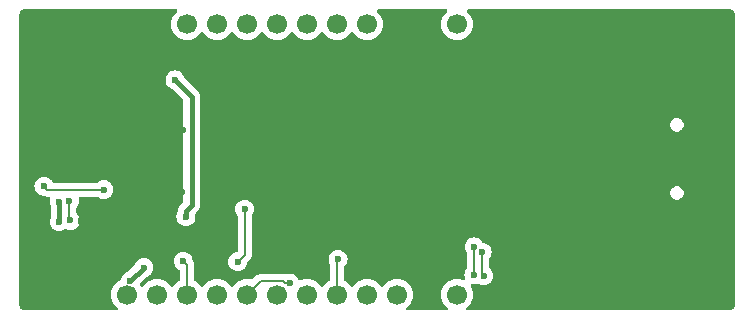
<source format=gbl>
G04 #@! TF.GenerationSoftware,KiCad,Pcbnew,8.0.1-8.0.1-1~ubuntu22.04.1*
G04 #@! TF.CreationDate,2024-08-12T13:14:35+02:00*
G04 #@! TF.ProjectId,NerdNOS,4e657264-4e4f-4532-9e6b-696361645f70,rev?*
G04 #@! TF.SameCoordinates,Original*
G04 #@! TF.FileFunction,Copper,L2,Bot*
G04 #@! TF.FilePolarity,Positive*
%FSLAX46Y46*%
G04 Gerber Fmt 4.6, Leading zero omitted, Abs format (unit mm)*
G04 Created by KiCad (PCBNEW 8.0.1-8.0.1-1~ubuntu22.04.1) date 2024-08-12 13:14:35*
%MOMM*%
%LPD*%
G01*
G04 APERTURE LIST*
G04 #@! TA.AperFunction,ComponentPad*
%ADD10O,2.100000X1.000000*%
G04 #@! TD*
G04 #@! TA.AperFunction,ComponentPad*
%ADD11O,1.800000X1.000000*%
G04 #@! TD*
G04 #@! TA.AperFunction,ComponentPad*
%ADD12C,1.700000*%
G04 #@! TD*
G04 #@! TA.AperFunction,ViaPad*
%ADD13C,0.600000*%
G04 #@! TD*
G04 #@! TA.AperFunction,Conductor*
%ADD14C,0.400000*%
G04 #@! TD*
G04 #@! TA.AperFunction,Conductor*
%ADD15C,0.200000*%
G04 #@! TD*
G04 APERTURE END LIST*
D10*
X135485000Y-70510000D03*
D11*
X139665000Y-70510000D03*
D10*
X135485000Y-61870000D03*
D11*
X139665000Y-61870000D03*
D12*
X89440000Y-77690000D03*
X91980000Y-77690000D03*
X94520000Y-77690000D03*
X97060000Y-77690000D03*
X99600000Y-77690000D03*
X102140000Y-77690000D03*
X104680000Y-77690000D03*
X107220000Y-77690000D03*
X109760000Y-77690000D03*
X112300000Y-77690000D03*
X114840000Y-77690000D03*
X117380000Y-77690000D03*
X117380000Y-54770000D03*
X114840000Y-54770000D03*
X112300000Y-54770000D03*
X109760000Y-54770000D03*
X107220000Y-54770000D03*
X104680000Y-54770000D03*
X102140000Y-54770000D03*
X99600000Y-54770000D03*
X97060000Y-54770000D03*
X94520000Y-54770000D03*
X91980000Y-54770000D03*
X89440000Y-54770000D03*
D13*
X87600000Y-67700000D03*
X99400000Y-65100000D03*
X104050000Y-65700000D03*
X101050000Y-64700000D03*
X126970000Y-64480000D03*
X105050000Y-66700000D03*
X85450063Y-73288993D03*
X115612851Y-57176045D03*
X129550000Y-63749990D03*
X104050000Y-64700000D03*
X105050000Y-63700000D03*
X126300000Y-65250000D03*
X120220000Y-69580000D03*
X101050000Y-68700000D03*
X84400000Y-56800000D03*
X102050000Y-66700000D03*
X103050000Y-63700000D03*
X107000000Y-57000000D03*
X90100000Y-65200000D03*
X119930000Y-70800000D03*
X113000000Y-62000000D03*
X117890000Y-70830000D03*
X103050000Y-68700000D03*
X103050000Y-64700000D03*
X105050000Y-68700000D03*
X125670000Y-64480000D03*
X104050000Y-63700000D03*
X104050000Y-66700000D03*
X101050000Y-65700000D03*
X88000000Y-61100000D03*
X85546787Y-71457468D03*
X101050000Y-63700000D03*
X93677036Y-61494171D03*
X116600000Y-74200000D03*
X102050000Y-64700000D03*
X122930000Y-74010000D03*
X86255604Y-62397971D03*
X103000000Y-74000000D03*
X94000000Y-72000000D03*
X103050000Y-66700000D03*
X105050000Y-67700000D03*
X133800000Y-66290000D03*
X94200000Y-63700000D03*
X105050000Y-64700000D03*
X94100000Y-69000000D03*
X126300000Y-63700000D03*
X102050000Y-68700000D03*
X91100000Y-63900000D03*
X96000000Y-64000000D03*
X86400000Y-61000000D03*
X117890000Y-69600000D03*
X125670000Y-65980000D03*
X101050000Y-67700000D03*
X104050000Y-68700000D03*
X121110000Y-70780000D03*
X109000000Y-57000000D03*
X103050000Y-67700000D03*
X101000000Y-74000000D03*
X104050000Y-67700000D03*
X88900000Y-64300000D03*
X126300000Y-66800000D03*
X96000000Y-66000000D03*
X93500000Y-66300000D03*
X105000000Y-74000000D03*
X102050000Y-67700000D03*
X105050000Y-65700000D03*
X133800000Y-65390000D03*
X105000000Y-57000000D03*
X121900000Y-73700000D03*
X102050000Y-63700000D03*
X101050000Y-66700000D03*
X90000000Y-66100000D03*
X126970000Y-65980000D03*
X96000000Y-68000000D03*
X102050000Y-65700000D03*
X103050000Y-65700000D03*
X83900000Y-66600000D03*
X113000000Y-70000000D03*
X93500000Y-59500000D03*
X94425735Y-71074265D03*
X107300000Y-74700000D03*
X83700000Y-71500000D03*
X90856372Y-75393628D03*
X89725000Y-76525000D03*
X83700000Y-69800000D03*
X103200000Y-76700000D03*
X119631266Y-76072899D03*
X119500000Y-74100000D03*
X99400000Y-70460000D03*
X98800000Y-74890000D03*
X94190000Y-74860000D03*
X84640790Y-71400000D03*
X84553031Y-69742747D03*
X82400000Y-68500000D03*
X87470000Y-68800000D03*
X118817720Y-73633399D03*
X118800000Y-76000000D03*
D14*
X94425735Y-71074265D02*
X94425735Y-70574265D01*
X94425735Y-70574265D02*
X94910000Y-70090000D01*
X94910000Y-70090000D02*
X94910000Y-60910000D01*
X94910000Y-60910000D02*
X93500000Y-59500000D01*
D15*
X107300000Y-74700000D02*
X107220000Y-74780000D01*
X107220000Y-74780000D02*
X107220000Y-77690000D01*
D14*
X83700000Y-69800000D02*
X83700000Y-71500000D01*
X90856372Y-75393628D02*
X89725000Y-76525000D01*
D15*
X119500000Y-75941633D02*
X119631266Y-76072899D01*
X102616346Y-76540000D02*
X100750000Y-76540000D01*
X103200000Y-76700000D02*
X102776346Y-76700000D01*
X100750000Y-76540000D02*
X99600000Y-77690000D01*
X119500000Y-74100000D02*
X119500000Y-75941633D01*
X102776346Y-76700000D02*
X102616346Y-76540000D01*
X99400000Y-70460000D02*
X99400000Y-74290000D01*
X94520000Y-75190000D02*
X94190000Y-74860000D01*
X99400000Y-74290000D02*
X98800000Y-74890000D01*
X94520000Y-77690000D02*
X94520000Y-75190000D01*
X84553031Y-71312241D02*
X84640790Y-71400000D01*
X84553031Y-69742747D02*
X84553031Y-71312241D01*
X82700000Y-68800000D02*
X82400000Y-68500000D01*
X83972811Y-68800000D02*
X82700000Y-68800000D01*
X87470000Y-68800000D02*
X83972811Y-68800000D01*
X118817720Y-75982280D02*
X118817720Y-73633399D01*
X118800000Y-76000000D02*
X118817720Y-75982280D01*
G04 #@! TA.AperFunction,Conductor*
G36*
X93652983Y-53519685D02*
G01*
X93698738Y-53572489D01*
X93708682Y-53641647D01*
X93679657Y-53705203D01*
X93657069Y-53725574D01*
X93648595Y-53731507D01*
X93481505Y-53898597D01*
X93345965Y-54092169D01*
X93345964Y-54092171D01*
X93246098Y-54306335D01*
X93246094Y-54306344D01*
X93184938Y-54534586D01*
X93184936Y-54534596D01*
X93164341Y-54769999D01*
X93164341Y-54770000D01*
X93184936Y-55005403D01*
X93184938Y-55005413D01*
X93246094Y-55233655D01*
X93246096Y-55233659D01*
X93246097Y-55233663D01*
X93250000Y-55242032D01*
X93345965Y-55447830D01*
X93345967Y-55447834D01*
X93454281Y-55602521D01*
X93481505Y-55641401D01*
X93648599Y-55808495D01*
X93745384Y-55876265D01*
X93842165Y-55944032D01*
X93842167Y-55944033D01*
X93842170Y-55944035D01*
X94056337Y-56043903D01*
X94284592Y-56105063D01*
X94472918Y-56121539D01*
X94519999Y-56125659D01*
X94520000Y-56125659D01*
X94520001Y-56125659D01*
X94559234Y-56122226D01*
X94755408Y-56105063D01*
X94983663Y-56043903D01*
X95197830Y-55944035D01*
X95391401Y-55808495D01*
X95558495Y-55641401D01*
X95688425Y-55455842D01*
X95743002Y-55412217D01*
X95812500Y-55405023D01*
X95874855Y-55436546D01*
X95891575Y-55455842D01*
X96021500Y-55641395D01*
X96021505Y-55641401D01*
X96188599Y-55808495D01*
X96285384Y-55876265D01*
X96382165Y-55944032D01*
X96382167Y-55944033D01*
X96382170Y-55944035D01*
X96596337Y-56043903D01*
X96824592Y-56105063D01*
X97012918Y-56121539D01*
X97059999Y-56125659D01*
X97060000Y-56125659D01*
X97060001Y-56125659D01*
X97099234Y-56122226D01*
X97295408Y-56105063D01*
X97523663Y-56043903D01*
X97737830Y-55944035D01*
X97931401Y-55808495D01*
X98098495Y-55641401D01*
X98228425Y-55455842D01*
X98283002Y-55412217D01*
X98352500Y-55405023D01*
X98414855Y-55436546D01*
X98431575Y-55455842D01*
X98561500Y-55641395D01*
X98561505Y-55641401D01*
X98728599Y-55808495D01*
X98825384Y-55876265D01*
X98922165Y-55944032D01*
X98922167Y-55944033D01*
X98922170Y-55944035D01*
X99136337Y-56043903D01*
X99364592Y-56105063D01*
X99552918Y-56121539D01*
X99599999Y-56125659D01*
X99600000Y-56125659D01*
X99600001Y-56125659D01*
X99639234Y-56122226D01*
X99835408Y-56105063D01*
X100063663Y-56043903D01*
X100277830Y-55944035D01*
X100471401Y-55808495D01*
X100638495Y-55641401D01*
X100768425Y-55455842D01*
X100823002Y-55412217D01*
X100892500Y-55405023D01*
X100954855Y-55436546D01*
X100971575Y-55455842D01*
X101101500Y-55641395D01*
X101101505Y-55641401D01*
X101268599Y-55808495D01*
X101365384Y-55876265D01*
X101462165Y-55944032D01*
X101462167Y-55944033D01*
X101462170Y-55944035D01*
X101676337Y-56043903D01*
X101904592Y-56105063D01*
X102092918Y-56121539D01*
X102139999Y-56125659D01*
X102140000Y-56125659D01*
X102140001Y-56125659D01*
X102179234Y-56122226D01*
X102375408Y-56105063D01*
X102603663Y-56043903D01*
X102817830Y-55944035D01*
X103011401Y-55808495D01*
X103178495Y-55641401D01*
X103308425Y-55455842D01*
X103363002Y-55412217D01*
X103432500Y-55405023D01*
X103494855Y-55436546D01*
X103511575Y-55455842D01*
X103641500Y-55641395D01*
X103641505Y-55641401D01*
X103808599Y-55808495D01*
X103905384Y-55876265D01*
X104002165Y-55944032D01*
X104002167Y-55944033D01*
X104002170Y-55944035D01*
X104216337Y-56043903D01*
X104444592Y-56105063D01*
X104632918Y-56121539D01*
X104679999Y-56125659D01*
X104680000Y-56125659D01*
X104680001Y-56125659D01*
X104719234Y-56122226D01*
X104915408Y-56105063D01*
X105143663Y-56043903D01*
X105357830Y-55944035D01*
X105551401Y-55808495D01*
X105718495Y-55641401D01*
X105848425Y-55455842D01*
X105903002Y-55412217D01*
X105972500Y-55405023D01*
X106034855Y-55436546D01*
X106051575Y-55455842D01*
X106181500Y-55641395D01*
X106181505Y-55641401D01*
X106348599Y-55808495D01*
X106445384Y-55876265D01*
X106542165Y-55944032D01*
X106542167Y-55944033D01*
X106542170Y-55944035D01*
X106756337Y-56043903D01*
X106984592Y-56105063D01*
X107172918Y-56121539D01*
X107219999Y-56125659D01*
X107220000Y-56125659D01*
X107220001Y-56125659D01*
X107259234Y-56122226D01*
X107455408Y-56105063D01*
X107683663Y-56043903D01*
X107897830Y-55944035D01*
X108091401Y-55808495D01*
X108258495Y-55641401D01*
X108388425Y-55455842D01*
X108443002Y-55412217D01*
X108512500Y-55405023D01*
X108574855Y-55436546D01*
X108591575Y-55455842D01*
X108721500Y-55641395D01*
X108721505Y-55641401D01*
X108888599Y-55808495D01*
X108985384Y-55876265D01*
X109082165Y-55944032D01*
X109082167Y-55944033D01*
X109082170Y-55944035D01*
X109296337Y-56043903D01*
X109524592Y-56105063D01*
X109712918Y-56121539D01*
X109759999Y-56125659D01*
X109760000Y-56125659D01*
X109760001Y-56125659D01*
X109799234Y-56122226D01*
X109995408Y-56105063D01*
X110223663Y-56043903D01*
X110437830Y-55944035D01*
X110631401Y-55808495D01*
X110798495Y-55641401D01*
X110934035Y-55447830D01*
X111033903Y-55233663D01*
X111095063Y-55005408D01*
X111115659Y-54770000D01*
X111095063Y-54534592D01*
X111033903Y-54306337D01*
X110934035Y-54092171D01*
X110928425Y-54084158D01*
X110798494Y-53898597D01*
X110631402Y-53731506D01*
X110631398Y-53731503D01*
X110622931Y-53725574D01*
X110579307Y-53670997D01*
X110572115Y-53601498D01*
X110603638Y-53539144D01*
X110663868Y-53503731D01*
X110694056Y-53500000D01*
X116445944Y-53500000D01*
X116512983Y-53519685D01*
X116558738Y-53572489D01*
X116568682Y-53641647D01*
X116539657Y-53705203D01*
X116517069Y-53725574D01*
X116508595Y-53731507D01*
X116341505Y-53898597D01*
X116205965Y-54092169D01*
X116205964Y-54092171D01*
X116106098Y-54306335D01*
X116106094Y-54306344D01*
X116044938Y-54534586D01*
X116044936Y-54534596D01*
X116024341Y-54769999D01*
X116024341Y-54770000D01*
X116044936Y-55005403D01*
X116044938Y-55005413D01*
X116106094Y-55233655D01*
X116106096Y-55233659D01*
X116106097Y-55233663D01*
X116110000Y-55242032D01*
X116205965Y-55447830D01*
X116205967Y-55447834D01*
X116314281Y-55602521D01*
X116341505Y-55641401D01*
X116508599Y-55808495D01*
X116605384Y-55876265D01*
X116702165Y-55944032D01*
X116702167Y-55944033D01*
X116702170Y-55944035D01*
X116916337Y-56043903D01*
X117144592Y-56105063D01*
X117332918Y-56121539D01*
X117379999Y-56125659D01*
X117380000Y-56125659D01*
X117380001Y-56125659D01*
X117419234Y-56122226D01*
X117615408Y-56105063D01*
X117843663Y-56043903D01*
X118057830Y-55944035D01*
X118251401Y-55808495D01*
X118418495Y-55641401D01*
X118554035Y-55447830D01*
X118653903Y-55233663D01*
X118715063Y-55005408D01*
X118735659Y-54770000D01*
X118715063Y-54534592D01*
X118653903Y-54306337D01*
X118554035Y-54092171D01*
X118548425Y-54084158D01*
X118418494Y-53898597D01*
X118251402Y-53731506D01*
X118251398Y-53731503D01*
X118242931Y-53725574D01*
X118199307Y-53670997D01*
X118192115Y-53601498D01*
X118223638Y-53539144D01*
X118283868Y-53503731D01*
X118314056Y-53500000D01*
X140397978Y-53500000D01*
X140402021Y-53500066D01*
X140406710Y-53500218D01*
X140451282Y-53501673D01*
X140479325Y-53505831D01*
X140576403Y-53531843D01*
X140606301Y-53544227D01*
X140691558Y-53593450D01*
X140717237Y-53613155D01*
X140786844Y-53682762D01*
X140806550Y-53708443D01*
X140819865Y-53731506D01*
X140855770Y-53793694D01*
X140868158Y-53823601D01*
X140894167Y-53920670D01*
X140898326Y-53948717D01*
X140899934Y-53997975D01*
X140900000Y-54002021D01*
X140900000Y-78497978D01*
X140899934Y-78502024D01*
X140898326Y-78551282D01*
X140894167Y-78579329D01*
X140868158Y-78676398D01*
X140855770Y-78706305D01*
X140806550Y-78791556D01*
X140786844Y-78817237D01*
X140717237Y-78886844D01*
X140691556Y-78906550D01*
X140606305Y-78955770D01*
X140576398Y-78968158D01*
X140479329Y-78994167D01*
X140451282Y-78998326D01*
X140406973Y-78999772D01*
X140402020Y-78999934D01*
X140397978Y-79000000D01*
X118256930Y-79000000D01*
X118189891Y-78980315D01*
X118144136Y-78927511D01*
X118134192Y-78858353D01*
X118163217Y-78794797D01*
X118185806Y-78774425D01*
X118251401Y-78728495D01*
X118418495Y-78561401D01*
X118554035Y-78367830D01*
X118653903Y-78153663D01*
X118715063Y-77925408D01*
X118735659Y-77690000D01*
X118715063Y-77454592D01*
X118653903Y-77226337D01*
X118554035Y-77012171D01*
X118554034Y-77012169D01*
X118554033Y-77012167D01*
X118533536Y-76982895D01*
X118511208Y-76916689D01*
X118528218Y-76848922D01*
X118579165Y-76801108D01*
X118647875Y-76788430D01*
X118648994Y-76788551D01*
X118799997Y-76805565D01*
X118800000Y-76805565D01*
X118800004Y-76805565D01*
X118979249Y-76785369D01*
X118979252Y-76785368D01*
X118979255Y-76785368D01*
X118979256Y-76785367D01*
X118979259Y-76785367D01*
X119022485Y-76770240D01*
X119103565Y-76741869D01*
X119173342Y-76738307D01*
X119210491Y-76753917D01*
X119265611Y-76788551D01*
X119281744Y-76798688D01*
X119425305Y-76848922D01*
X119452011Y-76858267D01*
X119452016Y-76858268D01*
X119631262Y-76878464D01*
X119631266Y-76878464D01*
X119631270Y-76878464D01*
X119810515Y-76858268D01*
X119810518Y-76858267D01*
X119810521Y-76858267D01*
X119980788Y-76798688D01*
X120133528Y-76702715D01*
X120261082Y-76575161D01*
X120357055Y-76422421D01*
X120416634Y-76252154D01*
X120422765Y-76197738D01*
X120436831Y-76072902D01*
X120436831Y-76072895D01*
X120416635Y-75893649D01*
X120416634Y-75893644D01*
X120391127Y-75820750D01*
X120357055Y-75723377D01*
X120261082Y-75570637D01*
X120136819Y-75446374D01*
X120103334Y-75385051D01*
X120100500Y-75358693D01*
X120100500Y-74682412D01*
X120120185Y-74615373D01*
X120127555Y-74605097D01*
X120129810Y-74602267D01*
X120129816Y-74602262D01*
X120225789Y-74449522D01*
X120285368Y-74279255D01*
X120290897Y-74230184D01*
X120305565Y-74100003D01*
X120305565Y-74099996D01*
X120285369Y-73920750D01*
X120285368Y-73920745D01*
X120225788Y-73750476D01*
X120129815Y-73597737D01*
X120002262Y-73470184D01*
X119849521Y-73374210D01*
X119679249Y-73314630D01*
X119613302Y-73307200D01*
X119548888Y-73280133D01*
X119522192Y-73249952D01*
X119447535Y-73131136D01*
X119319982Y-73003583D01*
X119167243Y-72907610D01*
X118996974Y-72848030D01*
X118996969Y-72848029D01*
X118817724Y-72827834D01*
X118817716Y-72827834D01*
X118638470Y-72848029D01*
X118638465Y-72848030D01*
X118468196Y-72907610D01*
X118315457Y-73003583D01*
X118187904Y-73131136D01*
X118091931Y-73283875D01*
X118032351Y-73454144D01*
X118032350Y-73454149D01*
X118012155Y-73633395D01*
X118012155Y-73633402D01*
X118032350Y-73812648D01*
X118032351Y-73812653D01*
X118091931Y-73982922D01*
X118187905Y-74135662D01*
X118190165Y-74138496D01*
X118191054Y-74140674D01*
X118191609Y-74141557D01*
X118191454Y-74141654D01*
X118216575Y-74203182D01*
X118217220Y-74215811D01*
X118217220Y-75399340D01*
X118197535Y-75466379D01*
X118180901Y-75487021D01*
X118170184Y-75497737D01*
X118074211Y-75650476D01*
X118014631Y-75820745D01*
X118014630Y-75820750D01*
X117994435Y-75999996D01*
X117994435Y-76000003D01*
X118014630Y-76179249D01*
X118014632Y-76179257D01*
X118049845Y-76279891D01*
X118053406Y-76349670D01*
X118018677Y-76410297D01*
X117956683Y-76442524D01*
X117887108Y-76436118D01*
X117880398Y-76433227D01*
X117843663Y-76416097D01*
X117843659Y-76416096D01*
X117843655Y-76416094D01*
X117615413Y-76354938D01*
X117615403Y-76354936D01*
X117380001Y-76334341D01*
X117379999Y-76334341D01*
X117144596Y-76354936D01*
X117144586Y-76354938D01*
X116916344Y-76416094D01*
X116916335Y-76416098D01*
X116702171Y-76515964D01*
X116702169Y-76515965D01*
X116508597Y-76651505D01*
X116341505Y-76818597D01*
X116205965Y-77012169D01*
X116205964Y-77012171D01*
X116106098Y-77226335D01*
X116106094Y-77226344D01*
X116044938Y-77454586D01*
X116044936Y-77454596D01*
X116024341Y-77689999D01*
X116024341Y-77690000D01*
X116044936Y-77925403D01*
X116044938Y-77925413D01*
X116106094Y-78153655D01*
X116106096Y-78153659D01*
X116106097Y-78153663D01*
X116110000Y-78162032D01*
X116205965Y-78367830D01*
X116205967Y-78367834D01*
X116297096Y-78497978D01*
X116341505Y-78561401D01*
X116508599Y-78728495D01*
X116574194Y-78774425D01*
X116617818Y-78829002D01*
X116625011Y-78898501D01*
X116593489Y-78960855D01*
X116533259Y-78996269D01*
X116503070Y-79000000D01*
X113176930Y-79000000D01*
X113109891Y-78980315D01*
X113064136Y-78927511D01*
X113054192Y-78858353D01*
X113083217Y-78794797D01*
X113105806Y-78774425D01*
X113171401Y-78728495D01*
X113338495Y-78561401D01*
X113474035Y-78367830D01*
X113573903Y-78153663D01*
X113635063Y-77925408D01*
X113655659Y-77690000D01*
X113635063Y-77454592D01*
X113573903Y-77226337D01*
X113474035Y-77012171D01*
X113474033Y-77012167D01*
X113338494Y-76818597D01*
X113171402Y-76651506D01*
X113171395Y-76651501D01*
X112977834Y-76515967D01*
X112977830Y-76515965D01*
X112873798Y-76467454D01*
X112763663Y-76416097D01*
X112763659Y-76416096D01*
X112763655Y-76416094D01*
X112535413Y-76354938D01*
X112535403Y-76354936D01*
X112300001Y-76334341D01*
X112299999Y-76334341D01*
X112064596Y-76354936D01*
X112064586Y-76354938D01*
X111836344Y-76416094D01*
X111836335Y-76416098D01*
X111622171Y-76515964D01*
X111622169Y-76515965D01*
X111428597Y-76651505D01*
X111261505Y-76818597D01*
X111131575Y-77004158D01*
X111076998Y-77047783D01*
X111007500Y-77054977D01*
X110945145Y-77023454D01*
X110928425Y-77004158D01*
X110798494Y-76818597D01*
X110631402Y-76651506D01*
X110631395Y-76651501D01*
X110437834Y-76515967D01*
X110437830Y-76515965D01*
X110333798Y-76467454D01*
X110223663Y-76416097D01*
X110223659Y-76416096D01*
X110223655Y-76416094D01*
X109995413Y-76354938D01*
X109995403Y-76354936D01*
X109760001Y-76334341D01*
X109759999Y-76334341D01*
X109524596Y-76354936D01*
X109524586Y-76354938D01*
X109296344Y-76416094D01*
X109296335Y-76416098D01*
X109082171Y-76515964D01*
X109082169Y-76515965D01*
X108888597Y-76651505D01*
X108721505Y-76818597D01*
X108591575Y-77004158D01*
X108536998Y-77047783D01*
X108467500Y-77054977D01*
X108405145Y-77023454D01*
X108388425Y-77004158D01*
X108258494Y-76818597D01*
X108091402Y-76651506D01*
X108091395Y-76651501D01*
X107897831Y-76515965D01*
X107897826Y-76515962D01*
X107892091Y-76513288D01*
X107839653Y-76467113D01*
X107820500Y-76400908D01*
X107820500Y-75362940D01*
X107840185Y-75295901D01*
X107856819Y-75275259D01*
X107892557Y-75239521D01*
X107929816Y-75202262D01*
X108025789Y-75049522D01*
X108085368Y-74879255D01*
X108087537Y-74860003D01*
X108105565Y-74700003D01*
X108105565Y-74699996D01*
X108085369Y-74520750D01*
X108085368Y-74520745D01*
X108032290Y-74369057D01*
X108025789Y-74350478D01*
X107929816Y-74197738D01*
X107802262Y-74070184D01*
X107755364Y-74040716D01*
X107649523Y-73974211D01*
X107479254Y-73914631D01*
X107479249Y-73914630D01*
X107300004Y-73894435D01*
X107299996Y-73894435D01*
X107120750Y-73914630D01*
X107120745Y-73914631D01*
X106950476Y-73974211D01*
X106797737Y-74070184D01*
X106670184Y-74197737D01*
X106574211Y-74350476D01*
X106514631Y-74520745D01*
X106514630Y-74520750D01*
X106494435Y-74699996D01*
X106494435Y-74700003D01*
X106514630Y-74879249D01*
X106514631Y-74879254D01*
X106572315Y-75044104D01*
X106574211Y-75049522D01*
X106600493Y-75091349D01*
X106619500Y-75157321D01*
X106619500Y-76400908D01*
X106599815Y-76467947D01*
X106547914Y-76513286D01*
X106542173Y-76515963D01*
X106542169Y-76515965D01*
X106348597Y-76651505D01*
X106181505Y-76818597D01*
X106051575Y-77004158D01*
X105996998Y-77047783D01*
X105927500Y-77054977D01*
X105865145Y-77023454D01*
X105848425Y-77004158D01*
X105718494Y-76818597D01*
X105551402Y-76651506D01*
X105551395Y-76651501D01*
X105357834Y-76515967D01*
X105357830Y-76515965D01*
X105253798Y-76467454D01*
X105143663Y-76416097D01*
X105143659Y-76416096D01*
X105143655Y-76416094D01*
X104915413Y-76354938D01*
X104915403Y-76354936D01*
X104680001Y-76334341D01*
X104679999Y-76334341D01*
X104444596Y-76354936D01*
X104444586Y-76354938D01*
X104216344Y-76416094D01*
X104216339Y-76416096D01*
X104110475Y-76465461D01*
X104041397Y-76475952D01*
X103977614Y-76447432D01*
X103941029Y-76394031D01*
X103925790Y-76350479D01*
X103829815Y-76197737D01*
X103702262Y-76070184D01*
X103549523Y-75974211D01*
X103379254Y-75914631D01*
X103379249Y-75914630D01*
X103200004Y-75894435D01*
X103199996Y-75894435D01*
X103020750Y-75914630D01*
X103020742Y-75914632D01*
X102875508Y-75965452D01*
X102805730Y-75969013D01*
X102802461Y-75968185D01*
X102767454Y-75958805D01*
X102695403Y-75939499D01*
X102537289Y-75939499D01*
X102529693Y-75939499D01*
X102529677Y-75939500D01*
X100836670Y-75939500D01*
X100836654Y-75939499D01*
X100829058Y-75939499D01*
X100670943Y-75939499D01*
X100594579Y-75959961D01*
X100518214Y-75980423D01*
X100518209Y-75980426D01*
X100381290Y-76059475D01*
X100381286Y-76059478D01*
X100083529Y-76357234D01*
X100022206Y-76390718D01*
X99963755Y-76389327D01*
X99835413Y-76354938D01*
X99835403Y-76354936D01*
X99600001Y-76334341D01*
X99599999Y-76334341D01*
X99364596Y-76354936D01*
X99364586Y-76354938D01*
X99136344Y-76416094D01*
X99136335Y-76416098D01*
X98922171Y-76515964D01*
X98922169Y-76515965D01*
X98728597Y-76651505D01*
X98561505Y-76818597D01*
X98431575Y-77004158D01*
X98376998Y-77047783D01*
X98307500Y-77054977D01*
X98245145Y-77023454D01*
X98228425Y-77004158D01*
X98098494Y-76818597D01*
X97931402Y-76651506D01*
X97931395Y-76651501D01*
X97737834Y-76515967D01*
X97737830Y-76515965D01*
X97633798Y-76467454D01*
X97523663Y-76416097D01*
X97523659Y-76416096D01*
X97523655Y-76416094D01*
X97295413Y-76354938D01*
X97295403Y-76354936D01*
X97060001Y-76334341D01*
X97059999Y-76334341D01*
X96824596Y-76354936D01*
X96824586Y-76354938D01*
X96596344Y-76416094D01*
X96596335Y-76416098D01*
X96382171Y-76515964D01*
X96382169Y-76515965D01*
X96188597Y-76651505D01*
X96021505Y-76818597D01*
X95891575Y-77004158D01*
X95836998Y-77047783D01*
X95767500Y-77054977D01*
X95705145Y-77023454D01*
X95688425Y-77004158D01*
X95558494Y-76818597D01*
X95391402Y-76651506D01*
X95391395Y-76651501D01*
X95197831Y-76515965D01*
X95197826Y-76515962D01*
X95192091Y-76513288D01*
X95139653Y-76467113D01*
X95120500Y-76400908D01*
X95120500Y-75110945D01*
X95120500Y-75110943D01*
X95079577Y-74958216D01*
X95040195Y-74890003D01*
X97994435Y-74890003D01*
X98014630Y-75069249D01*
X98014631Y-75069254D01*
X98074211Y-75239523D01*
X98149091Y-75358693D01*
X98170184Y-75392262D01*
X98297738Y-75519816D01*
X98450478Y-75615789D01*
X98620745Y-75675368D01*
X98620750Y-75675369D01*
X98799996Y-75695565D01*
X98800000Y-75695565D01*
X98800004Y-75695565D01*
X98979249Y-75675369D01*
X98979252Y-75675368D01*
X98979255Y-75675368D01*
X99149522Y-75615789D01*
X99302262Y-75519816D01*
X99429816Y-75392262D01*
X99525789Y-75239522D01*
X99585368Y-75069255D01*
X99595161Y-74982329D01*
X99622226Y-74917918D01*
X99630690Y-74908543D01*
X99758506Y-74780728D01*
X99758511Y-74780724D01*
X99768714Y-74770520D01*
X99768716Y-74770520D01*
X99880520Y-74658716D01*
X99948784Y-74540478D01*
X99959577Y-74521785D01*
X100000500Y-74369057D01*
X100000500Y-74210943D01*
X100000500Y-71042412D01*
X100020185Y-70975373D01*
X100027555Y-70965097D01*
X100029810Y-70962267D01*
X100029816Y-70962262D01*
X100125789Y-70809522D01*
X100185368Y-70639255D01*
X100200464Y-70505272D01*
X100205565Y-70460003D01*
X100205565Y-70459996D01*
X100185369Y-70280750D01*
X100185368Y-70280745D01*
X100131822Y-70127719D01*
X100125789Y-70110478D01*
X100029816Y-69957738D01*
X99902262Y-69830184D01*
X99878923Y-69815519D01*
X99749523Y-69734211D01*
X99579254Y-69674631D01*
X99579249Y-69674630D01*
X99400004Y-69654435D01*
X99399996Y-69654435D01*
X99220750Y-69674630D01*
X99220745Y-69674631D01*
X99050476Y-69734211D01*
X98897737Y-69830184D01*
X98770184Y-69957737D01*
X98674211Y-70110476D01*
X98614631Y-70280745D01*
X98614630Y-70280750D01*
X98594435Y-70459996D01*
X98594435Y-70460003D01*
X98614630Y-70639249D01*
X98614631Y-70639254D01*
X98674211Y-70809523D01*
X98770185Y-70962263D01*
X98772445Y-70965097D01*
X98773334Y-70967275D01*
X98773889Y-70968158D01*
X98773734Y-70968255D01*
X98798855Y-71029783D01*
X98799500Y-71042412D01*
X98799500Y-73973677D01*
X98779815Y-74040716D01*
X98727011Y-74086471D01*
X98689384Y-74096897D01*
X98620750Y-74104630D01*
X98450478Y-74164210D01*
X98297737Y-74260184D01*
X98170184Y-74387737D01*
X98074211Y-74540476D01*
X98014631Y-74710745D01*
X98014630Y-74710750D01*
X97994435Y-74889996D01*
X97994435Y-74890003D01*
X95040195Y-74890003D01*
X95001878Y-74823636D01*
X94986046Y-74775519D01*
X94975369Y-74680750D01*
X94975368Y-74680745D01*
X94950004Y-74608258D01*
X94915789Y-74510478D01*
X94819816Y-74357738D01*
X94692262Y-74230184D01*
X94587267Y-74164211D01*
X94539523Y-74134211D01*
X94369254Y-74074631D01*
X94369249Y-74074630D01*
X94190004Y-74054435D01*
X94189996Y-74054435D01*
X94010750Y-74074630D01*
X94010745Y-74074631D01*
X93840476Y-74134211D01*
X93687737Y-74230184D01*
X93560184Y-74357737D01*
X93464211Y-74510476D01*
X93404631Y-74680745D01*
X93404630Y-74680750D01*
X93384435Y-74859996D01*
X93384435Y-74860003D01*
X93404630Y-75039249D01*
X93404631Y-75039254D01*
X93464211Y-75209523D01*
X93528337Y-75311578D01*
X93560184Y-75362262D01*
X93687738Y-75489816D01*
X93840478Y-75585789D01*
X93840483Y-75585792D01*
X93846754Y-75588812D01*
X93845692Y-75591015D01*
X93893206Y-75625070D01*
X93918974Y-75690015D01*
X93919500Y-75701422D01*
X93919500Y-76400908D01*
X93899815Y-76467947D01*
X93847914Y-76513286D01*
X93842173Y-76515963D01*
X93842169Y-76515965D01*
X93648597Y-76651505D01*
X93481505Y-76818597D01*
X93351575Y-77004158D01*
X93296998Y-77047783D01*
X93227500Y-77054977D01*
X93165145Y-77023454D01*
X93148425Y-77004158D01*
X93018494Y-76818597D01*
X92851402Y-76651506D01*
X92851395Y-76651501D01*
X92657834Y-76515967D01*
X92657830Y-76515965D01*
X92553798Y-76467454D01*
X92443663Y-76416097D01*
X92443659Y-76416096D01*
X92443655Y-76416094D01*
X92215413Y-76354938D01*
X92215403Y-76354936D01*
X91980001Y-76334341D01*
X91979999Y-76334341D01*
X91744596Y-76354936D01*
X91744586Y-76354938D01*
X91516344Y-76416094D01*
X91516335Y-76416098D01*
X91302171Y-76515964D01*
X91302169Y-76515965D01*
X91108597Y-76651505D01*
X90941505Y-76818597D01*
X90811575Y-77004158D01*
X90756998Y-77047783D01*
X90687500Y-77054977D01*
X90625145Y-77023454D01*
X90608425Y-77004158D01*
X90514931Y-76870634D01*
X90492604Y-76804428D01*
X90509614Y-76736661D01*
X90528821Y-76711834D01*
X91055662Y-76184993D01*
X91102385Y-76155635D01*
X91205894Y-76119417D01*
X91358634Y-76023444D01*
X91486188Y-75895890D01*
X91582161Y-75743150D01*
X91641740Y-75572883D01*
X91647719Y-75519816D01*
X91661937Y-75393631D01*
X91661937Y-75393624D01*
X91641741Y-75214378D01*
X91641740Y-75214373D01*
X91618379Y-75147612D01*
X91582161Y-75044106D01*
X91579112Y-75039254D01*
X91528192Y-74958215D01*
X91486188Y-74891366D01*
X91358634Y-74763812D01*
X91205895Y-74667839D01*
X91035626Y-74608259D01*
X91035621Y-74608258D01*
X90856376Y-74588063D01*
X90856368Y-74588063D01*
X90677122Y-74608258D01*
X90677117Y-74608259D01*
X90506848Y-74667839D01*
X90354109Y-74763812D01*
X90226556Y-74891365D01*
X90130584Y-75044103D01*
X90130583Y-75044104D01*
X90094364Y-75147612D01*
X90065004Y-75194337D01*
X89525709Y-75733632D01*
X89478984Y-75762992D01*
X89375476Y-75799211D01*
X89375475Y-75799212D01*
X89222737Y-75895184D01*
X89095184Y-76022737D01*
X88999210Y-76175478D01*
X88939630Y-76345750D01*
X88937016Y-76368956D01*
X88909949Y-76433370D01*
X88866201Y-76467454D01*
X88762171Y-76515964D01*
X88762169Y-76515965D01*
X88568597Y-76651505D01*
X88401505Y-76818597D01*
X88265965Y-77012169D01*
X88265964Y-77012171D01*
X88166098Y-77226335D01*
X88166094Y-77226344D01*
X88104938Y-77454586D01*
X88104936Y-77454596D01*
X88084341Y-77689999D01*
X88084341Y-77690000D01*
X88104936Y-77925403D01*
X88104938Y-77925413D01*
X88166094Y-78153655D01*
X88166096Y-78153659D01*
X88166097Y-78153663D01*
X88170000Y-78162032D01*
X88265965Y-78367830D01*
X88265967Y-78367834D01*
X88357096Y-78497978D01*
X88401505Y-78561401D01*
X88568599Y-78728495D01*
X88634194Y-78774425D01*
X88677818Y-78829002D01*
X88685011Y-78898501D01*
X88653489Y-78960855D01*
X88593259Y-78996269D01*
X88563070Y-79000000D01*
X80802022Y-79000000D01*
X80797979Y-78999934D01*
X80792688Y-78999761D01*
X80748717Y-78998326D01*
X80720670Y-78994167D01*
X80623601Y-78968158D01*
X80593694Y-78955770D01*
X80508443Y-78906550D01*
X80482762Y-78886844D01*
X80413155Y-78817237D01*
X80393449Y-78791556D01*
X80344227Y-78706301D01*
X80331843Y-78676403D01*
X80305831Y-78579325D01*
X80301673Y-78551282D01*
X80300066Y-78502021D01*
X80300000Y-78497978D01*
X80300000Y-68500003D01*
X81594435Y-68500003D01*
X81614630Y-68679249D01*
X81614631Y-68679254D01*
X81674211Y-68849523D01*
X81679453Y-68857865D01*
X81770184Y-69002262D01*
X81897738Y-69129816D01*
X82050478Y-69225789D01*
X82220745Y-69285368D01*
X82220749Y-69285369D01*
X82307778Y-69295174D01*
X82342811Y-69299121D01*
X82390923Y-69314952D01*
X82418090Y-69330636D01*
X82418094Y-69330640D01*
X82418095Y-69330639D01*
X82468215Y-69359577D01*
X82620943Y-69400500D01*
X82816937Y-69400500D01*
X82883976Y-69420185D01*
X82929731Y-69472989D01*
X82939675Y-69542147D01*
X82933978Y-69565455D01*
X82914633Y-69620737D01*
X82914630Y-69620750D01*
X82894435Y-69799996D01*
X82894435Y-69800003D01*
X82914630Y-69979249D01*
X82914631Y-69979254D01*
X82974212Y-70149525D01*
X82980492Y-70159519D01*
X82999500Y-70225493D01*
X82999500Y-71074507D01*
X82980494Y-71140478D01*
X82974209Y-71150479D01*
X82914633Y-71320737D01*
X82914630Y-71320750D01*
X82894435Y-71499996D01*
X82894435Y-71500003D01*
X82914630Y-71679249D01*
X82914631Y-71679254D01*
X82974211Y-71849523D01*
X83070184Y-72002262D01*
X83197738Y-72129816D01*
X83350478Y-72225789D01*
X83520745Y-72285368D01*
X83520750Y-72285369D01*
X83699996Y-72305565D01*
X83700000Y-72305565D01*
X83700004Y-72305565D01*
X83879249Y-72285369D01*
X83879252Y-72285368D01*
X83879255Y-72285368D01*
X84049522Y-72225789D01*
X84187653Y-72138995D01*
X84254888Y-72119995D01*
X84294579Y-72126948D01*
X84461527Y-72185366D01*
X84461533Y-72185367D01*
X84461535Y-72185368D01*
X84461536Y-72185368D01*
X84461540Y-72185369D01*
X84640786Y-72205565D01*
X84640790Y-72205565D01*
X84640794Y-72205565D01*
X84820039Y-72185369D01*
X84820042Y-72185368D01*
X84820045Y-72185368D01*
X84990312Y-72125789D01*
X85143052Y-72029816D01*
X85270606Y-71902262D01*
X85366579Y-71749522D01*
X85426158Y-71579255D01*
X85426159Y-71579249D01*
X85446355Y-71400003D01*
X85446355Y-71399996D01*
X85426159Y-71220750D01*
X85426158Y-71220745D01*
X85401571Y-71150479D01*
X85366579Y-71050478D01*
X85353575Y-71029783D01*
X85314299Y-70967275D01*
X85270606Y-70897738D01*
X85189850Y-70816982D01*
X85156365Y-70755659D01*
X85153531Y-70729301D01*
X85153531Y-70325159D01*
X85173216Y-70258120D01*
X85180586Y-70247844D01*
X85182841Y-70245014D01*
X85182847Y-70245009D01*
X85278820Y-70092269D01*
X85338399Y-69922002D01*
X85348071Y-69836161D01*
X85358596Y-69742750D01*
X85358596Y-69742743D01*
X85338399Y-69563493D01*
X85336850Y-69556703D01*
X85338616Y-69556299D01*
X85335527Y-69495665D01*
X85370262Y-69435041D01*
X85432258Y-69402819D01*
X85456128Y-69400500D01*
X86887588Y-69400500D01*
X86954627Y-69420185D01*
X86964903Y-69427555D01*
X86967736Y-69429814D01*
X86967738Y-69429816D01*
X87120478Y-69525789D01*
X87228227Y-69563492D01*
X87290745Y-69585368D01*
X87290750Y-69585369D01*
X87469996Y-69605565D01*
X87470000Y-69605565D01*
X87470004Y-69605565D01*
X87649249Y-69585369D01*
X87649252Y-69585368D01*
X87649255Y-69585368D01*
X87819522Y-69525789D01*
X87972262Y-69429816D01*
X88099816Y-69302262D01*
X88195789Y-69149522D01*
X88255368Y-68979255D01*
X88255369Y-68979249D01*
X88275565Y-68800003D01*
X88275565Y-68799996D01*
X88255369Y-68620750D01*
X88255368Y-68620745D01*
X88214692Y-68504500D01*
X88195789Y-68450478D01*
X88099816Y-68297738D01*
X87972262Y-68170184D01*
X87926567Y-68141472D01*
X87819523Y-68074211D01*
X87649254Y-68014631D01*
X87649249Y-68014630D01*
X87470004Y-67994435D01*
X87469996Y-67994435D01*
X87290750Y-68014630D01*
X87290745Y-68014631D01*
X87120476Y-68074211D01*
X86967736Y-68170185D01*
X86964903Y-68172445D01*
X86962724Y-68173334D01*
X86961842Y-68173889D01*
X86961744Y-68173734D01*
X86900217Y-68198855D01*
X86887588Y-68199500D01*
X83225124Y-68199500D01*
X83158085Y-68179815D01*
X83120130Y-68141472D01*
X83040431Y-68014632D01*
X83029816Y-67997738D01*
X82902262Y-67870184D01*
X82749523Y-67774211D01*
X82579254Y-67714631D01*
X82579249Y-67714630D01*
X82400004Y-67694435D01*
X82399996Y-67694435D01*
X82220750Y-67714630D01*
X82220745Y-67714631D01*
X82050476Y-67774211D01*
X81897737Y-67870184D01*
X81770184Y-67997737D01*
X81674211Y-68150476D01*
X81614631Y-68320745D01*
X81614630Y-68320750D01*
X81594435Y-68499996D01*
X81594435Y-68500003D01*
X80300000Y-68500003D01*
X80300000Y-59500003D01*
X92694435Y-59500003D01*
X92714630Y-59679249D01*
X92714631Y-59679254D01*
X92774211Y-59849523D01*
X92870184Y-60002262D01*
X92997738Y-60129816D01*
X93150478Y-60225789D01*
X93253984Y-60262007D01*
X93300710Y-60291367D01*
X94173181Y-61163838D01*
X94206666Y-61225161D01*
X94209500Y-61251519D01*
X94209500Y-69748480D01*
X94189815Y-69815519D01*
X94173181Y-69836161D01*
X93881623Y-70127718D01*
X93881622Y-70127719D01*
X93804958Y-70242457D01*
X93752156Y-70369933D01*
X93752156Y-70369934D01*
X93752155Y-70369937D01*
X93737334Y-70444449D01*
X93737334Y-70444450D01*
X93725235Y-70505270D01*
X93725235Y-70648772D01*
X93706229Y-70714743D01*
X93699944Y-70724744D01*
X93640368Y-70895002D01*
X93640365Y-70895015D01*
X93620170Y-71074261D01*
X93620170Y-71074268D01*
X93640365Y-71253514D01*
X93640366Y-71253519D01*
X93699946Y-71423788D01*
X93795919Y-71576527D01*
X93923473Y-71704081D01*
X94076213Y-71800054D01*
X94217587Y-71849523D01*
X94246480Y-71859633D01*
X94246485Y-71859634D01*
X94425731Y-71879830D01*
X94425735Y-71879830D01*
X94425739Y-71879830D01*
X94604984Y-71859634D01*
X94604987Y-71859633D01*
X94604990Y-71859633D01*
X94775257Y-71800054D01*
X94927997Y-71704081D01*
X95055551Y-71576527D01*
X95151524Y-71423787D01*
X95211103Y-71253520D01*
X95211104Y-71253514D01*
X95231300Y-71074268D01*
X95231300Y-71074261D01*
X95211104Y-70895018D01*
X95211103Y-70895017D01*
X95211103Y-70895010D01*
X95206908Y-70883023D01*
X95203345Y-70813247D01*
X95236265Y-70754390D01*
X95454114Y-70536543D01*
X95530775Y-70421811D01*
X95583580Y-70294328D01*
X95593390Y-70245009D01*
X95593898Y-70242457D01*
X95593898Y-70242454D01*
X95610500Y-70158993D01*
X95610500Y-69155765D01*
X135409500Y-69155765D01*
X135448719Y-69302136D01*
X135465176Y-69330639D01*
X135524485Y-69433365D01*
X135631635Y-69540515D01*
X135762865Y-69616281D01*
X135909234Y-69655500D01*
X135909236Y-69655500D01*
X136060764Y-69655500D01*
X136060766Y-69655500D01*
X136207135Y-69616281D01*
X136338365Y-69540515D01*
X136445515Y-69433365D01*
X136521281Y-69302135D01*
X136560500Y-69155766D01*
X136560500Y-69004234D01*
X136521281Y-68857865D01*
X136445515Y-68726635D01*
X136338365Y-68619485D01*
X136272750Y-68581602D01*
X136207136Y-68543719D01*
X136133950Y-68524109D01*
X136060766Y-68504500D01*
X135909234Y-68504500D01*
X135762863Y-68543719D01*
X135631635Y-68619485D01*
X135631632Y-68619487D01*
X135524487Y-68726632D01*
X135524485Y-68726635D01*
X135448719Y-68857863D01*
X135409500Y-69004234D01*
X135409500Y-69155765D01*
X95610500Y-69155765D01*
X95610500Y-63375765D01*
X135409500Y-63375765D01*
X135448719Y-63522136D01*
X135486602Y-63587750D01*
X135524485Y-63653365D01*
X135631635Y-63760515D01*
X135762865Y-63836281D01*
X135909234Y-63875500D01*
X135909236Y-63875500D01*
X136060764Y-63875500D01*
X136060766Y-63875500D01*
X136207135Y-63836281D01*
X136338365Y-63760515D01*
X136445515Y-63653365D01*
X136521281Y-63522135D01*
X136560500Y-63375766D01*
X136560500Y-63224234D01*
X136521281Y-63077865D01*
X136445515Y-62946635D01*
X136338365Y-62839485D01*
X136272750Y-62801602D01*
X136207136Y-62763719D01*
X136133950Y-62744109D01*
X136060766Y-62724500D01*
X135909234Y-62724500D01*
X135762863Y-62763719D01*
X135631635Y-62839485D01*
X135631632Y-62839487D01*
X135524487Y-62946632D01*
X135524485Y-62946635D01*
X135448719Y-63077863D01*
X135409500Y-63224234D01*
X135409500Y-63375765D01*
X95610500Y-63375765D01*
X95610500Y-60841007D01*
X95610500Y-60841004D01*
X95583581Y-60705677D01*
X95583580Y-60705676D01*
X95583580Y-60705672D01*
X95583578Y-60705667D01*
X95530777Y-60578192D01*
X95454112Y-60463454D01*
X95454111Y-60463453D01*
X94291367Y-59300710D01*
X94262006Y-59253983D01*
X94225788Y-59150476D01*
X94129815Y-58997737D01*
X94002262Y-58870184D01*
X93849523Y-58774211D01*
X93679254Y-58714631D01*
X93679249Y-58714630D01*
X93500004Y-58694435D01*
X93499996Y-58694435D01*
X93320750Y-58714630D01*
X93320745Y-58714631D01*
X93150476Y-58774211D01*
X92997737Y-58870184D01*
X92870184Y-58997737D01*
X92774211Y-59150476D01*
X92714631Y-59320745D01*
X92714630Y-59320750D01*
X92694435Y-59499996D01*
X92694435Y-59500003D01*
X80300000Y-59500003D01*
X80300000Y-54002021D01*
X80300066Y-53997978D01*
X80301673Y-53948720D01*
X80301674Y-53948717D01*
X80301673Y-53948715D01*
X80305831Y-53920675D01*
X80331843Y-53823594D01*
X80344226Y-53793701D01*
X80393452Y-53708437D01*
X80413151Y-53682766D01*
X80482766Y-53613151D01*
X80508437Y-53593452D01*
X80593701Y-53544226D01*
X80623594Y-53531843D01*
X80720675Y-53505831D01*
X80748715Y-53501673D01*
X80793582Y-53500209D01*
X80797979Y-53500066D01*
X80802022Y-53500000D01*
X93585944Y-53500000D01*
X93652983Y-53519685D01*
G37*
G04 #@! TD.AperFunction*
M02*

</source>
